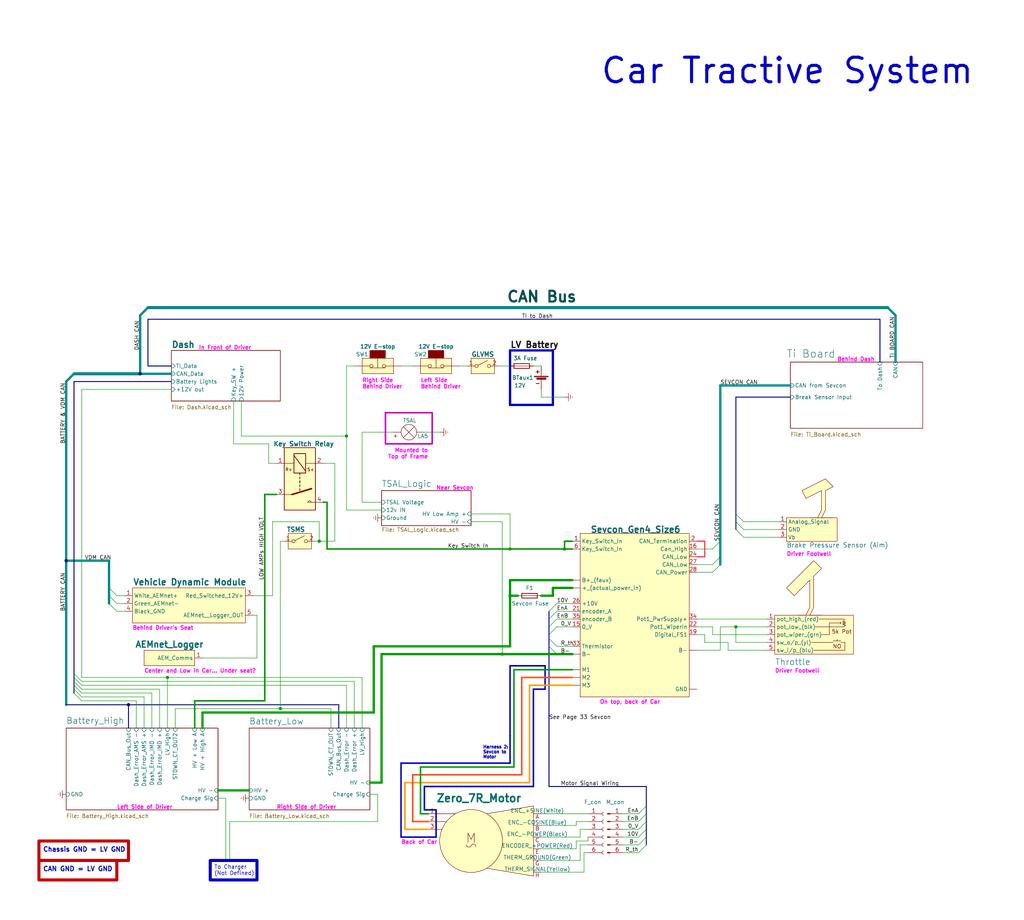
<source format=kicad_sch>
(kicad_sch (version 20230121) (generator eeschema)
  (paper "User" 334.01 300.025)
  (title_block (title "Tractive System") (date "2023-05-03") (rev "Print 1"))
  (lib_symbols
    (symbol "CamachosSymbols:SW_SPST" (pin_names (offset 0) hide)
      (property "Reference" "SW" (at 0 3.175 0))
      (property "Value" "SW_SPST" (at 0 -2.54 0))
      (symbol "SW_SPST_0_0"
        (circle (center -2.032 0) (radius 0.508))
        (polyline (pts (xy -1.524 0.254) (xy 1.524 1.778)))
        (circle (center 2.032 0) (radius 0.508))
      )
      (symbol "SW_SPST_0_1"
        (rectangle (start -3.81 2.54) (end 3.81 -2.54) (fill (type background)))
      )
      (symbol "SW_SPST_1_1"
        (pin passive line (at -5.08 0 0) (length 2.54) (name "A") (number "1"))
        (pin passive line (at 5.08 0 180) (length 2.54) (name "B") (number "2"))
      )
    )
    (symbol "CamachosSymbols:Safety Switch" (pin_numbers hide) (pin_names (offset 1.016) hide)
      (property "Reference" "SW?" (at 0 7.62 0))
      (property "Value" "Safety Switch" (at 0 6.35 0))
      (symbol "Safety Switch_0_1"
        (rectangle (start -5.08 2.54) (end 5.08 -2.54) (fill (type background)))
        (circle (center -2.032 0) (radius 0.508))
        (polyline (pts (xy -5.08 0) (xy -2.54 0)))
        (polyline (pts (xy -2.54 -0.635) (xy 2.54 -0.635)))
        (polyline (pts (xy 0 -0.635) (xy 0 1.27)))
        (polyline (pts (xy 0 1.27) (xy 0 2.54)))
        (polyline (pts (xy 2.54 0) (xy 5.08 0)))
        (polyline (pts (xy -2.54 2.54) (xy -2.54 5.08) (xy 2.54 5.08) (xy 2.54 2.54) (xy -2.54 2.54)) (fill (type outline)))
        (circle (center 2.032 0) (radius 0.508))
        (pin passive line (at -7.62 0 0) (length 2.54) (name "A") (number "1"))
      )
      (symbol "Safety Switch_1_1"
        (pin passive line (at 7.62 0 180) (length 2.54) (name "B") (number "2"))
      )
    )
    (symbol "CamachosSymbols:Sevcon_Gen4_Size6"
      (property "Value" "Sevcon_Gen4_Size6" (at 10.16 16.51 0))
      (symbol "Sevcon_Gen4_Size6_0_1"
        (rectangle (start -17.78 15.24) (end 17.78 -38.1) (fill (type background)))
      )
      (symbol "Sevcon_Gen4_Size6_1_1"
        (pin passive line (at -20.32 -2.54 0) (length 2.54) (name "+_(actual_power_in)") (number ""))
        (pin passive line (at -20.32 0 0) (length 2.54) (name "B+_(faux)") (number ""))
        (pin passive line (at -20.32 -24.13 0) (length 2.54) (name "B-") (number ""))
        (pin passive line (at 20.32 -22.86 180) (length 2.54) (name "B-") (number ""))
        (pin passive line (at 20.32 -35.56 180) (length 2.54) (name "GND") (number ""))
        (pin passive line (at -20.32 -29.21 0) (length 2.54) (name "M1") (number ""))
        (pin passive line (at -20.32 -31.75 0) (length 2.54) (name "M2") (number ""))
        (pin passive line (at -20.32 -34.29 0) (length 2.54) (name "M3") (number ""))
        (pin passive line (at -20.32 12.7 0) (length 2.54) (name "Key_Switch_In") (number "1"))
        (pin passive line (at -20.32 -15.24 0) (length 2.54) (name "0_V") (number "15"))
        (pin passive line (at 20.32 10.16 180) (length 2.54) (name "Can_High") (number "16"))
        (pin passive line (at 20.32 -17.78 180) (length 2.54) (name "Digital_FS1") (number "19"))
        (pin passive line (at 20.32 12.7 180) (length 2.54) (name "CAN_Termination") (number "2"))
        (pin passive line (at -20.32 -10.16 0) (length 2.54) (name "encoder_A") (number "21"))
        (pin passive line (at 20.32 -15.24 180) (length 2.54) (name "Pot1_WiperIn") (number "22"))
        (pin passive line (at 20.32 7.62 180) (length 2.54) (name "CAN_Low") (number "24"))
        (pin passive line (at -20.32 -7.62 0) (length 2.54) (name "+10V") (number "26"))
        (pin passive line (at 20.32 5.08 180) (length 2.54) (name "CAN_Low") (number "27"))
        (pin passive line (at 20.32 2.54 180) (length 2.54) (name "CAN_Power") (number "28"))
        (pin passive line (at -20.32 7.62 0) (length 2.54) hide (name "Line_Contactor_(Cont1)") (number "3"))
        (pin passive line (at -20.32 -21.59 0) (length 2.54) (name "Thermistor") (number "33"))
        (pin passive line (at 20.32 -12.7 180) (length 2.54) (name "Pot1_PwrSupply+") (number "34"))
        (pin passive line (at -20.32 -12.7 0) (length 2.54) (name "encoder_B") (number "35"))
        (pin passive line (at -20.32 5.08 0) (length 2.54) hide (name "Cont1_Supply_(+)") (number "4"))
        (pin passive line (at -20.32 10.16 0) (length 2.54) (name "Key_Switch_In") (number "6"))
      )
    )
    (symbol "CamachosSymbols:Throttle"
      (property "Value" "Throttle" (at 12.7 11.43 0))
      (symbol "Throttle_0_0"
        (text "5k Pot" (at 14.224 -2.794 0) (effects (font (size 1.27 1.27))))
        (text "NO" (at 12.7 -7.62 0) (effects (font (size 1.27 1.27))))
      )
      (symbol "Throttle_0_1"
        (rectangle (start -7.62 2.54) (end 18.034 -10.16) (fill (type background)))
        (polyline (pts (xy 4.318 -6.35) (xy 11.43 -6.35)))
        (polyline (pts (xy 5.08 -8.89) (xy 11.43 -8.89)))
        (polyline (pts (xy 11.43 -6.35) (xy 11.43 -6.35)))
        (polyline (pts (xy 11.43 -5.842) (xy 13.97 -5.842)))
        (polyline (pts (xy 12.7 -5.842) (xy 12.7 -5.334)))
        (polyline (pts (xy 13.716 0.254) (xy 13.97 0) (xy 13.716 -0.254)))
        (polyline (pts (xy 7.62 -3.81) (xy 10.16 -3.81) (xy 10.16 0) (xy 13.97 0)))
        (polyline (pts (xy 11.43 -8.89) (xy 15.24 -8.89) (xy 15.24 -6.35) (xy 13.97 -6.35)))
        (polyline (pts (xy 6.858 1.27) (xy 14.986 1.27) (xy 14.986 0.762) (xy 14.478 0.508) (xy 15.494 0.254) (xy 14.478 0) (xy 15.494 -0.254) (xy 14.478 -0.508) (xy 15.494 -0.762) (xy 14.986 -1.016) (xy 14.986 -1.27) (xy 5.588 -1.27)))
        (polyline (pts (xy 0 2.54) (xy 2.54 2.54) (xy 3.81 5.08) (xy 3.81 11.43) (xy 3.81 13.97) (xy -1.27 8.89) (xy -3.81 11.43) (xy 5.08 20.32) (xy 7.62 17.78) (xy 5.08 15.24) (xy 5.08 5.08) (xy 3.81 2.54) (xy 6.35 2.54) (xy 7.62 2.54)) (fill (type background)))
      )
      (symbol "Throttle_1_1"
        (pin passive line (at -10.16 1.27 0) (length 2.54) (name "pot_high_(red)") (number "1"))
        (pin passive line (at -10.16 -1.27 0) (length 2.54) (name "pot_low_(blk)") (number "2"))
        (pin passive line (at -10.16 -3.81 0) (length 2.54) (name "pot_wiper_(grn)") (number "3"))
        (pin passive line (at -10.16 -6.35 0) (length 2.54) (name "sw_o/p_(yl)") (number "4"))
        (pin passive line (at -10.16 -8.89 0) (length 2.54) (name "sw_i/p_(blu)") (number "5"))
      )
    )
    (symbol "CamachosSymbols:Zero_7R_Motor" (pin_names (offset 0))
      (property "Reference" "M?" (at -0.635 16.51 0))
      (property "Value" "Zero_7R_Motor" (at -0.635 13.97 0))
      (symbol "Zero_7R_Motor_0_0"
        (polyline (pts (xy 3.556 -0.508) (xy 3.556 2.54) (xy 2.54 0.508) (xy 1.524 2.54) (xy 1.524 -0.508)))
        (arc (start 2.54 -1.524) (mid 1.6743 -1.0287) (end 1.016 -1.778))
        (arc (start 2.54 -1.524) (mid 3.4022 -1.9982) (end 4.064 -1.27))
      )
      (symbol "Zero_7R_Motor_0_1"
        (polyline (pts (xy 13.97 3.81) (xy 12.065 3.81)))
        (polyline (pts (xy 13.97 8.89) (xy 7.62 8.89)))
        (polyline (pts (xy 13.97 6.35) (xy 10.5664 6.35) (xy 10.6172 6.3246)))
        (polyline (pts (xy -2.54 8.89) (xy -17.78 11.43) (xy -17.78 -11.43) (xy -2.54 -8.89)) (fill (type background)))
        (circle (center 2.54 0) (radius 10.2391) (fill (type background)))
      )
      (symbol "Zero_7R_Motor_1_1"
        (pin passive line (at 16.51 8.89 180) (length 2.54) (name "~") (number "1"))
        (pin passive line (at 16.51 6.35 180) (length 2.54) (name "~") (number "2"))
        (pin passive line (at 16.51 3.81 180) (length 2.54) (name "~") (number "3"))
        (pin passive line (at -20.32 8.89 0) (length 2.54) (name "ENC_+SINE(White)") (number "A"))
        (pin passive line (at -20.32 5.08 0) (length 2.54) (name "ENC_-COSINE(Blue)") (number "B"))
        (pin passive line (at -20.32 1.27 0) (length 2.54) (name "ENC_-POWER(Black)") (number "C"))
        (pin passive line (at -20.32 -2.54 0) (length 2.54) (name "ENCODER_+POWER(Red)") (number "E"))
        (pin passive line (at -20.32 -6.35 0) (length 2.54) (name "THERM_GROUND(Green)") (number "G"))
        (pin passive line (at -20.32 -10.16 0) (length 2.54) (name "THERM_SIGNAL(Yellow)") (number "H"))
      )
    )
    (symbol "Connector:Conn_01x06_Female" (pin_names (offset 1.016) hide)
      (property "Reference" "J" (at 0 7.62 0))
      (property "Value" "Conn_01x06_Female" (at 0 -10.16 0))
      (symbol "Conn_01x06_Female_1_1"
        (arc (start 0 -7.112) (mid -0.5058 -7.62) (end 0 -8.128) (stroke (width 0.1524)))
        (arc (start 0 -4.572) (mid -0.5058 -5.08) (end 0 -5.588) (stroke (width 0.1524)))
        (arc (start 0 -2.032) (mid -0.5058 -2.54) (end 0 -3.048) (stroke (width 0.1524)))
        (polyline (pts (xy -1.27 -7.62) (xy -0.508 -7.62)) (stroke (width 0.1524)))
        (polyline (pts (xy -1.27 -5.08) (xy -0.508 -5.08)) (stroke (width 0.1524)))
        (polyline (pts (xy -1.27 -2.54) (xy -0.508 -2.54)) (stroke (width 0.1524)))
        (polyline (pts (xy -1.27 0) (xy -0.508 0)) (stroke (width 0.1524)))
        (polyline (pts (xy -1.27 2.54) (xy -0.508 2.54)) (stroke (width 0.1524)))
        (polyline (pts (xy -1.27 5.08) (xy -0.508 5.08)) (stroke (width 0.1524)))
        (arc (start 0 0.508) (mid -0.5058 0) (end 0 -0.508) (stroke (width 0.1524)))
        (arc (start 0 3.048) (mid -0.5058 2.54) (end 0 2.032) (stroke (width 0.1524)))
        (arc (start 0 5.588) (mid -0.5058 5.08) (end 0 4.572) (stroke (width 0.1524)))
        (pin passive line (at -5.08 5.08 0) (length 3.81) (name "Pin_1") (number "1"))
        (pin passive line (at -5.08 2.54 0) (length 3.81) (name "Pin_2") (number "2"))
        (pin passive line (at -5.08 0 0) (length 3.81) (name "Pin_3") (number "3"))
        (pin passive line (at -5.08 -2.54 0) (length 3.81) (name "Pin_4") (number "4"))
        (pin passive line (at -5.08 -5.08 0) (length 3.81) (name "Pin_5") (number "5"))
        (pin passive line (at -5.08 -7.62 0) (length 3.81) (name "Pin_6") (number "6"))
      )
    )
    (symbol "Connector:Conn_01x06_Male" (pin_names (offset 1.016) hide)
      (property "Reference" "J" (at 0 7.62 0))
      (property "Value" "Conn_01x06_Male" (at 0 -10.16 0))
      (symbol "Conn_01x06_Male_1_1"
        (polyline (pts (xy 1.27 -7.62) (xy 0.8636 -7.62)) (stroke (width 0.1524)))
        (polyline (pts (xy 1.27 -5.08) (xy 0.8636 -5.08)) (stroke (width 0.1524)))
        (polyline (pts (xy 1.27 -2.54) (xy 0.8636 -2.54)) (stroke (width 0.1524)))
        (polyline (pts (xy 1.27 0) (xy 0.8636 0)) (stroke (width 0.1524)))
        (polyline (pts (xy 1.27 2.54) (xy 0.8636 2.54)) (stroke (width 0.1524)))
        (polyline (pts (xy 1.27 5.08) (xy 0.8636 5.08)) (stroke (width 0.1524)))
        (rectangle (start 0.8636 -7.493) (end 0 -7.747) (stroke (width 0.1524)) (fill (type outline)))
        (rectangle (start 0.8636 -4.953) (end 0 -5.207) (stroke (width 0.1524)) (fill (type outline)))
        (rectangle (start 0.8636 -2.413) (end 0 -2.667) (stroke (width 0.1524)) (fill (type outline)))
        (rectangle (start 0.8636 0.127) (end 0 -0.127) (stroke (width 0.1524)) (fill (type outline)))
        (rectangle (start 0.8636 2.667) (end 0 2.413) (stroke (width 0.1524)) (fill (type outline)))
        (rectangle (start 0.8636 5.207) (end 0 4.953) (stroke (width 0.1524)) (fill (type outline)))
        (pin passive line (at 5.08 5.08 180) (length 3.81) (name "Pin_1") (number "1"))
        (pin passive line (at 5.08 2.54 180) (length 3.81) (name "Pin_2") (number "2"))
        (pin passive line (at 5.08 0 180) (length 3.81) (name "Pin_3") (number "3"))
        (pin passive line (at 5.08 -2.54 180) (length 3.81) (name "Pin_4") (number "4"))
        (pin passive line (at 5.08 -5.08 180) (length 3.81) (name "Pin_5") (number "5"))
        (pin passive line (at 5.08 -7.62 180) (length 3.81) (name "Pin_6") (number "6"))
      )
    )
    (symbol "Device:Battery_Cell" (pin_numbers hide) (pin_names (offset 0) hide)
      (property "Reference" "BTaux1" (at 2.54 1.27 0))
      (property "Value" "12V" (at 5.08 -1.27 0))
      (symbol "Battery_Cell_0_1"
        (rectangle (start -2.286 1.778) (end 2.286 1.524) (fill (type outline)))
        (rectangle (start -1.5748 1.1938) (end 1.4732 0.6858) (fill (type outline)))
        (polyline (pts (xy 0 0.762) (xy 0 0)))
        (polyline (pts (xy 0 1.778) (xy 0 2.54)))
        (polyline (pts (xy 0.635 -0.635) (xy 1.651 -0.635)) (stroke (width 0.254)))
        (polyline (pts (xy 0.635 3.175) (xy 1.651 3.175)) (stroke (width 0.254)))
        (polyline (pts (xy 1.143 3.683) (xy 1.143 2.667)) (stroke (width 0.254)))
      )
      (symbol "Battery_Cell_1_1"
        (pin passive line (at 0 5.08 270) (length 2.54) (name "+") (number "1"))
        (pin passive line (at 0 -2.54 90) (length 2.54) (name "-") (number "2"))
      )
    )
    (symbol "Device:Fuse" (pin_numbers hide) (pin_names (offset 0))
      (property "Reference" "F" (at 2.032 0 90))
      (property "Value" "Fuse" (at -1.905 0 90))
      (symbol "Fuse_0_1"
        (rectangle (start -0.762 -2.54) (end 0.762 2.54) (stroke (width 0.254)))
        (polyline (pts (xy 0 2.54) (xy 0 -2.54)))
      )
      (symbol "Fuse_1_1"
        (pin passive line (at 0 3.81 270) (length 1.27) (name "~") (number "1"))
        (pin passive line (at 0 -3.81 90) (length 1.27) (name "~") (number "2"))
      )
    )
    (symbol "Lamp_4" (pin_numbers hide) (pin_names (offset 0.0254) hide)
      (property "Reference" "LA4" (at 6.35 1.27 0))
      (property "Value" "Keyswitch Light" (at 7.62 -3.81 0))
      (symbol "Lamp_4_0_0"
        (text "+" (at -4.445 1.27 900) (effects (font (size 1.27 1.27))))
      )
      (symbol "Lamp_4_0_1"
        (polyline (pts (xy -1.778 -1.778) (xy 1.778 1.778)))
        (polyline (pts (xy -1.778 1.778) (xy 1.778 -1.778)))
        (circle (center 0 0) (radius 2.54))
      )
      (symbol "Lamp_4_1_1"
        (pin passive line (at 5.08 0 180) (length 2.54) (name "-") (number "1"))
        (pin passive line (at -5.08 0 0) (length 2.54) (name "+") (number "2"))
      )
    )
    (symbol "Relay:ADW11"
      (property "Reference" "K?" (at -2.54 15.24 0))
      (property "Value" "Line Contactor" (at 1.27 12.7 0))
      (symbol "ADW11_1_1"
        (polyline (pts (xy -3.81 6.35) (xy -0.635 6.35)))
        (polyline (pts (xy -1.27 -3.81) (xy -3.81 -3.81)))
        (polyline (pts (xy -1.27 -3.81) (xy 5.08 -1.905)) (stroke (width 0.508)))
        (polyline (pts (xy -0.635 8.89) (xy 3.175 3.81)) (stroke (width 0.254)))
        (polyline (pts (xy 1.27 -1.905) (xy 1.27 -2.54)) (stroke (width 0.254)))
        (polyline (pts (xy 1.27 -0.635) (xy 1.27 -1.27)) (stroke (width 0.254)))
        (polyline (pts (xy 1.27 0.635) (xy 1.27 0)) (stroke (width 0.254)))
        (polyline (pts (xy 1.27 0.635) (xy 1.27 0)) (stroke (width 0.254)))
        (polyline (pts (xy 1.27 1.905) (xy 1.27 1.27)) (stroke (width 0.254)))
        (polyline (pts (xy 1.27 3.175) (xy 1.27 2.54)) (stroke (width 0.254)))
        (polyline (pts (xy 5.08 -6.35) (xy 6.35 -6.35)))
        (polyline (pts (xy 6.35 6.35) (xy 3.175 6.35)))
        (polyline (pts (xy 5.08 -6.35) (xy 3.81 -6.35) (xy 4.445 -5.715) (xy 5.08 -6.35)))
        (rectangle (start 3.175 9.525) (end -0.635 3.175) (stroke (width 0.254)))
        (rectangle (start 6.35 11.43) (end -3.81 -8.89) (stroke (width 0.254)) (fill (type background)))
        (text "R+" (at -2.286 4.318 0) (effects (font (size 1.016 1.016))))
        (text "S+" (at 4.826 4.318 0) (effects (font (size 1.016 1.016))))
        (pin passive line (at -6.35 6.35 0) (length 2.54) (name "~") (number "1"))
        (pin passive line (at 8.89 6.35 180) (length 2.54) (name "~") (number "2"))
        (pin passive line (at -6.35 -3.81 0) (length 2.54) (name "~") (number "3"))
        (pin passive line (at 8.89 -6.35 180) (length 2.54) (name "~") (number "4"))
      )
    )
    (symbol "Sevcon_Gen4_Size6_1"
      (property "Value" "Vehicle Dynamic Module" (at 19.685 8.255 0))
      (symbol "Sevcon_Gen4_Size6_1_0_1"
        (rectangle (start -17.78 6.35) (end 19.05 -5.08) (fill (type background)))
      )
      (symbol "Sevcon_Gen4_Size6_1_1_1"
        (pin bidirectional line (at -20.32 3.81 0) (length 2.54) (name "White_AEMnet+") (number "1"))
        (pin bidirectional line (at -20.32 1.27 0) (length 2.54) (name "Green_AEMnet-") (number "2"))
        (pin input line (at 21.59 3.81 180) (length 2.54) (name "Red_Switched_12V+") (number "3"))
        (pin input line (at -20.32 -1.27 0) (length 2.54) (name "Black_GND") (number "4"))
        (pin output line (at 21.59 -2.54 180) (length 2.54) (name "AEMnet__Logger_OUT") (number "5"))
      )
    )
    (symbol "Sevcon_Gen4_Size6_2"
      (property "Value" "AEMnet_Logger" (at 12.065 4.445 0))
      (symbol "Sevcon_Gen4_Size6_2_0_1"
        (rectangle (start -7.62 2.54) (end 8.89 -2.54) (fill (type background)))
      )
      (symbol "Sevcon_Gen4_Size6_2_1_1"
        (pin bidirectional line (at 11.43 0 180) (length 2.54) (name "AEM_Comms") (number "1"))
      )
    )
    (symbol "Throttle_1"
      (property "Value" "Brake (AiM Pressure Sensor)" (at -6.35 6.35 0))
      (symbol "Throttle_1_0_1"
        (rectangle (start -7.62 2.54) (end 8.89 -5.08) (fill (type background)))
        (polyline (pts (xy 11.43 -6.35) (xy 11.43 -6.35)))
        (polyline (pts (xy 0 2.54) (xy 2.54 2.54) (xy 3.81 5.08) (xy 3.81 8.89) (xy 3.81 11.43) (xy -1.27 8.89) (xy -2.54 11.43) (xy 5.08 15.24) (xy 7.62 12.7) (xy 5.08 11.43) (xy 5.08 5.08) (xy 3.81 2.54) (xy 6.35 2.54) (xy 7.62 2.54)) (fill (type background)))
      )
      (symbol "Throttle_1_1_1"
        (pin passive line (at -10.16 1.27 0) (length 2.54) (name "Analog_Signal") (number "1"))
        (pin passive line (at -10.16 -1.27 0) (length 2.54) (name "GND") (number "2"))
        (pin passive line (at -10.16 -3.81 0) (length 2.54) (name "Vb") (number "3"))
      )
    )
    (symbol "power:Earth" (power) (pin_names (offset 0))
      (symbol "Earth_0_1"
        (polyline (pts (xy -0.635 -1.905) (xy 0.635 -1.905)))
        (polyline (pts (xy -0.127 -2.54) (xy 0.127 -2.54)))
        (polyline (pts (xy 0 -1.27) (xy 0 0)))
        (polyline (pts (xy 1.27 -1.27) (xy -1.27 -1.27)))
      )
      (symbol "Earth_1_1"
        (pin power_in line (at 0 0 270) (length 0) hide (name "Earth") (number "1"))
      )
    )
  )
  (junction (at 54.61 220.98))
  (junction (at 240.03 204.47))
  (junction (at 45.72 121.92))
  (junction (at 41.91 229.87))
  (junction (at 166.37 194.31))
  (junction (at 184.15 179.07))
  (junction (at 166.37 179.07))
  (junction (at 91.44 231.14))
  (junction (at 113.03 142.24))
  (junction (at 104.14 176.53))
  (junction (at 21.59 182.88))
  (junction (at 163.83 213.36))
  (bus_entry (at 179.07 204.47) (size 2.54 -2.54))
  (bus_entry (at 48.26 100.33) (size -2.54 2.54) (stroke (width 0.75) (color 0 132 132 1)))
  (bus_entry (at 24.13 219.71) (size 2.54 2.54))
  (bus_entry (at 232.41 184.15) (size 2.54 -2.54))
  (bus_entry (at 232.41 186.69) (size 2.54 -2.54))
  (bus_entry (at 210.82 275.59) (size -2.54 2.54))
  (bus_entry (at 179.07 207.01) (size 2.54 -2.54))
  (bus_entry (at 210.82 265.43) (size -2.54 2.54))
  (bus_entry (at 35.56 191.77) (size 2.54 2.54))
  (bus_entry (at 210.82 273.05) (size -2.54 2.54))
  (bus_entry (at 24.13 222.25) (size 2.54 2.54))
  (bus_entry (at 210.82 267.97) (size -2.54 2.54))
  (bus_entry (at 24.13 223.52) (size 2.54 2.54))
  (bus_entry (at 24.13 121.92) (size -2.54 2.54) (stroke (width 0.75) (color 0 132 132 1)))
  (bus_entry (at 289.56 100.33) (size 2.54 2.54) (stroke (width 0.75) (color 0 132 132 1)))
  (bus_entry (at 35.56 194.31) (size 2.54 2.54))
  (bus_entry (at 240.03 170.18) (size 2.54 2.54))
  (bus_entry (at 179.07 199.39) (size 2.54 -2.54))
  (bus_entry (at 179.07 201.93) (size 2.54 -2.54))
  (bus_entry (at 35.56 196.85) (size 2.54 2.54))
  (bus_entry (at 210.82 262.89) (size -2.54 2.54))
  (bus_entry (at 210.82 270.51) (size -2.54 2.54))
  (bus_entry (at 24.13 220.98) (size 2.54 2.54))
  (bus_entry (at 240.03 167.64) (size 2.54 2.54))
  (bus_entry (at 181.61 210.82) (size -2.54 -2.54))
  (bus_entry (at 24.13 226.06) (size 2.54 2.54))
  (bus_entry (at 24.13 224.79) (size 2.54 2.54))
  (bus_entry (at 240.03 172.72) (size 2.54 2.54))
  (bus_entry (at 179.07 210.82) (size 2.54 2.54))
  (bus_entry (at 232.41 179.07) (size 2.54 -2.54))
  (polyline (pts (xy 166.37 240.03) (xy 166.37 248.92)) (stroke (width 0.5)))
  (bus (pts (xy 24.13 121.92) (xy 45.72 121.92)) (stroke (width 1) (color 0 132 132 1)))
  (bus (pts (xy 210.82 273.05) (xy 210.82 275.59)))
  (wire (pts (xy 87.63 144.78) (xy 87.63 151.13)))
  (wire (pts (xy 190.5 278.13) (xy 190.5 284.48)))
  (wire (pts (xy 250.19 212.09) (xy 237.49 212.09)))
  (polyline (pts (xy 138.43 264.16) (xy 138.43 260.35)) (stroke (width 0.5)))
  (wire (pts (xy 143.51 140.97) (xy 138.43 140.97)))
  (bus (pts (xy 240.03 167.64) (xy 240.03 170.18)))
  (wire (pts (xy 26.67 226.06) (xy 49.53 226.06)))
  (wire (pts (xy 26.67 228.6) (xy 44.45 228.6)))
  (wire (pts (xy 189.23 270.51) (xy 191.77 270.51)))
  (wire (pts (xy 234.95 204.47) (xy 234.95 212.09)))
  (wire (pts (xy 113.03 166.37) (xy 124.46 166.37)))
  (wire (pts (xy 184.15 176.53) (xy 186.69 176.53)) (stroke (width 0.5)))
  (bus (pts (xy 234.95 176.53) (xy 234.95 181.61)) (stroke (width 0.75) (color 0 132 132 1)))
  (wire (pts (xy 208.28 273.05) (xy 203.2 273.05)))
  (wire (pts (xy 73.66 260.35) (xy 73.66 280.67)))
  (bus (pts (xy 287.02 104.14) (xy 48.26 104.14)))
  (wire (pts (xy 227.33 179.07) (xy 232.41 179.07)))
  (polyline (pts (xy 138.43 256.54) (xy 138.43 260.35)) (stroke (width 0.5)))
  (wire (pts (xy 191.77 278.13) (xy 190.5 278.13)))
  (bus (pts (xy 21.59 182.88) (xy 35.56 182.88)) (stroke (width 0.75) (color 0 132 132 1)))
  (wire (pts (xy 181.61 196.85) (xy 186.69 196.85)))
  (wire (pts (xy 104.14 170.18) (xy 104.14 176.53)))
  (bus (pts (xy 240.03 129.54) (xy 257.81 129.54)))
  (polyline (pts (xy 166.37 217.17) (xy 177.8 217.17)) (stroke (width 0.5)))
  (bus (pts (xy 45.72 102.87) (xy 45.72 121.92)) (stroke (width 0.75) (color 0 132 132 1)))
  (bus (pts (xy 21.59 124.46) (xy 21.59 182.88)) (stroke (width 0.75) (color 0 132 132 1)))
  (wire (pts (xy 26.67 227.33) (xy 46.99 227.33)))
  (wire (pts (xy 191.77 265.43) (xy 176.53 265.43)))
  (polyline (pts (xy 173.99 224.79) (xy 177.8 224.79)) (stroke (width 0.5)))
  (polyline (pts (xy 180.34 132.08) (xy 180.34 114.3)) (stroke (width 0.75) (type solid)))
  (bus (pts (xy 179.07 210.82) (xy 179.07 256.54)))
  (wire (pts (xy 240.03 204.47) (xy 250.19 204.47)))
  (bus (pts (xy 24.13 219.71) (xy 24.13 220.98)))
  (wire (pts (xy 83.82 200.66) (xy 82.55 200.66)))
  (polyline (pts (xy 173.99 224.79) (xy 173.99 256.54)) (stroke (width 0.5)))
  (wire (pts (xy 106.68 163.83) (xy 105.41 163.83)) (stroke (width 0.5)))
  (polyline (pts (xy 166.37 248.92) (xy 130.81 248.92)) (stroke (width 0.5)))
  (wire (pts (xy 187.96 269.24) (xy 187.96 267.97)))
  (wire (pts (xy 172.72 255.27) (xy 132.08 255.27)) (stroke (width 0.5) (color 255 153 0 1)))
  (wire (pts (xy 87.63 144.78) (xy 76.2 144.78)))
  (wire (pts (xy 66.04 214.63) (xy 83.82 214.63)))
  (wire (pts (xy 181.61 213.36) (xy 186.69 213.36)) (stroke (width 0.75)))
  (wire (pts (xy 130.81 119.38) (xy 134.62 119.38)))
  (wire (pts (xy 86.36 161.29) (xy 90.17 161.29)) (stroke (width 0.5)))
  (wire (pts (xy 76.2 144.78) (xy 76.2 130.81)))
  (wire (pts (xy 38.1 199.39) (xy 40.64 199.39)))
  (bus (pts (xy 48.26 119.38) (xy 55.88 119.38)))
  (wire (pts (xy 63.5 228.6) (xy 63.5 237.49)) (stroke (width 0.5)))
  (wire (pts (xy 120.65 255.27) (xy 124.46 255.27)) (stroke (width 0.75)))
  (wire (pts (xy 187.96 274.32) (xy 187.96 276.86)))
  (bus (pts (xy 21.59 229.87) (xy 41.91 229.87)))
  (wire (pts (xy 166.37 189.23) (xy 166.37 194.31)) (stroke (width 0.75)))
  (polyline (pts (xy 138.43 256.54) (xy 173.99 256.54)) (stroke (width 0.5)))
  (wire (pts (xy 189.23 273.05) (xy 176.53 273.05)))
  (wire (pts (xy 232.41 207.01) (xy 250.19 207.01)))
  (wire (pts (xy 26.67 222.25) (xy 115.57 222.25)))
  (wire (pts (xy 163.83 213.36) (xy 165.1 213.36)))
  (bus (pts (xy 35.56 182.88) (xy 35.56 191.77)) (stroke (width 0.75) (color 0 132 132 1)))
  (bus (pts (xy 234.95 176.53) (xy 234.95 125.73)) (stroke (width 0.75) (color 0 132 132 1)))
  (wire (pts (xy 227.33 186.69) (xy 232.41 186.69)))
  (wire (pts (xy 186.69 191.77) (xy 180.34 191.77)) (stroke (width 0.75)))
  (bus (pts (xy 41.91 229.87) (xy 41.91 237.49)))
  (wire (pts (xy 180.34 191.77) (xy 180.34 194.31)) (stroke (width 0.75)))
  (wire (pts (xy 128.27 140.97) (xy 118.11 140.97)))
  (wire (pts (xy 181.61 210.82) (xy 186.69 210.82)))
  (wire (pts (xy 153.67 170.18) (xy 163.83 170.18)))
  (wire (pts (xy 118.11 220.98) (xy 118.11 237.49)))
  (wire (pts (xy 227.33 181.61) (xy 229.87 181.61)) (stroke (width 0.3) (color 255 0 24 1)))
  (wire (pts (xy 167.64 218.44) (xy 186.69 218.44)) (stroke (width 0.5)))
  (bus (pts (xy 210.82 265.43) (xy 210.82 267.97)))
  (wire (pts (xy 227.33 207.01) (xy 229.87 207.01)))
  (wire (pts (xy 172.72 223.52) (xy 172.72 255.27)) (stroke (width 0.5) (color 255 153 0 1)))
  (bus (pts (xy 24.13 220.98) (xy 24.13 222.25)))
  (wire (pts (xy 71.12 260.35) (xy 73.66 260.35)))
  (bus (pts (xy 24.13 224.79) (xy 24.13 226.06)))
  (wire (pts (xy 78.74 142.24) (xy 113.03 142.24)))
  (wire (pts (xy 162.56 119.38) (xy 166.37 119.38)))
  (wire (pts (xy 113.03 119.38) (xy 115.57 119.38)))
  (wire (pts (xy 168.91 194.31) (xy 166.37 194.31)) (stroke (width 0.75)))
  (polyline (pts (xy 177.8 217.17) (xy 177.8 224.79)) (stroke (width 0.5)))
  (wire (pts (xy 118.11 140.97) (xy 118.11 163.83)))
  (wire (pts (xy 189.23 275.59) (xy 189.23 280.67)))
  (wire (pts (xy 52.07 237.49) (xy 52.07 224.79)))
  (wire (pts (xy 86.36 228.6) (xy 63.5 228.6)) (stroke (width 0.5)))
  (wire (pts (xy 26.67 223.52) (xy 113.03 223.52)))
  (wire (pts (xy 187.96 269.24) (xy 176.53 269.24)))
  (wire (pts (xy 229.87 209.55) (xy 237.49 209.55)))
  (bus (pts (xy 24.13 222.25) (xy 24.13 223.52)))
  (wire (pts (xy 26.67 127) (xy 55.88 127)))
  (wire (pts (xy 123.19 259.08) (xy 123.19 267.97)))
  (bus (pts (xy 210.82 262.89) (xy 210.82 265.43)))
  (wire (pts (xy 191.77 274.32) (xy 187.96 274.32)))
  (bus (pts (xy 234.95 181.61) (xy 234.95 184.15)) (stroke (width 0.75) (color 0 132 132 1)))
  (wire (pts (xy 134.62 252.73) (xy 170.18 252.73)) (stroke (width 0.5) (color 255 74 14 1)))
  (wire (pts (xy 208.28 275.59) (xy 203.2 275.59)))
  (wire (pts (xy 237.49 212.09) (xy 237.49 209.55)))
  (wire (pts (xy 203.2 278.13) (xy 208.28 278.13)))
  (wire (pts (xy 82.55 194.31) (xy 88.9 194.31)))
  (polyline (pts (xy 166.37 114.3) (xy 166.37 132.08)) (stroke (width 0.75) (type solid)))
  (wire (pts (xy 54.61 220.98) (xy 118.11 220.98)))
  (wire (pts (xy 132.08 255.27) (xy 132.08 270.51)) (stroke (width 0.5) (color 255 153 0 1)))
  (wire (pts (xy 170.18 220.98) (xy 186.69 220.98)) (stroke (width 0.5) (color 255 74 14 1)))
  (wire (pts (xy 91.44 231.14) (xy 107.95 231.14)))
  (bus (pts (xy 179.07 199.39) (xy 179.07 201.93)))
  (wire (pts (xy 208.28 270.51) (xy 203.2 270.51)))
  (bus (pts (xy 21.59 182.88) (xy 21.59 229.87)) (stroke (width 0.75) (color 0 132 132 1)))
  (bus (pts (xy 210.82 267.97) (xy 210.82 270.51)))
  (wire (pts (xy 240.03 209.55) (xy 240.03 204.47)))
  (wire (pts (xy 49.53 237.49) (xy 49.53 226.06)))
  (wire (pts (xy 87.63 151.13) (xy 90.17 151.13)))
  (wire (pts (xy 66.04 232.41) (xy 121.92 232.41)) (stroke (width 0.75)))
  (bus (pts (xy 55.88 121.92) (xy 45.72 121.92)) (stroke (width 0.75) (color 0 132 132 1)))
  (bus (pts (xy 292.1 102.87) (xy 292.1 118.11)) (stroke (width 0.75) (color 0 132 132 1)))
  (wire (pts (xy 181.61 204.47) (xy 186.69 204.47)))
  (wire (pts (xy 134.62 252.73) (xy 134.62 267.97)) (stroke (width 0.5) (color 255 74 14 1)))
  (wire (pts (xy 124.46 255.27) (xy 124.46 213.36)) (stroke (width 0.75)))
  (wire (pts (xy 91.44 176.53) (xy 91.44 231.14)))
  (wire (pts (xy 242.57 172.72) (xy 254 172.72)))
  (wire (pts (xy 73.66 280.67) (xy 74.93 280.67)))
  (wire (pts (xy 189.23 273.05) (xy 189.23 270.51)))
  (bus (pts (xy 48.26 104.14) (xy 48.26 119.38)))
  (polyline (pts (xy 130.81 248.92) (xy 130.81 273.05)) (stroke (width 0.5)))
  (polyline (pts (xy 142.24 273.05) (xy 142.24 264.16)) (stroke (width 0.5)))
  (bus (pts (xy 179.07 207.01) (xy 179.07 208.28)))
  (bus (pts (xy 24.13 124.46) (xy 55.88 124.46)))
  (bus (pts (xy 24.13 124.46) (xy 24.13 219.71)))
  (wire (pts (xy 107.95 237.49) (xy 107.95 231.14)))
  (bus (pts (xy 179.07 201.93) (xy 179.07 204.47)))
  (wire (pts (xy 176.53 194.31) (xy 180.34 194.31)) (stroke (width 0.75)))
  (bus (pts (xy 179.07 204.47) (xy 179.07 207.01)))
  (wire (pts (xy 173.99 119.38) (xy 176.53 119.38)))
  (bus (pts (xy 24.13 223.52) (xy 24.13 224.79)))
  (wire (pts (xy 26.67 127) (xy 26.67 220.98)))
  (wire (pts (xy 91.44 176.53) (xy 92.71 176.53)))
  (bus (pts (xy 179.07 256.54) (xy 210.82 256.54)))
  (wire (pts (xy 181.61 199.39) (xy 186.69 199.39)))
  (wire (pts (xy 167.64 250.19) (xy 137.16 250.19)) (stroke (width 0.5)))
  (wire (pts (xy 229.87 176.53) (xy 229.87 181.61)) (stroke (width 0.3) (color 255 0 24 1)))
  (wire (pts (xy 227.33 201.93) (xy 250.19 201.93)))
  (polyline (pts (xy 130.81 273.05) (xy 142.24 273.05)) (stroke (width 0.5)))
  (wire (pts (xy 189.23 280.67) (xy 176.53 280.67)))
  (bus (pts (xy 110.49 237.49) (xy 110.49 229.87)))
  (wire (pts (xy 104.14 176.53) (xy 109.22 176.53)))
  (wire (pts (xy 113.03 237.49) (xy 113.03 223.52)))
  (wire (pts (xy 234.95 212.09) (xy 227.33 212.09)))
  (wire (pts (xy 66.04 232.41) (xy 66.04 237.49)) (stroke (width 0.75)))
  (wire (pts (xy 250.19 209.55) (xy 240.03 209.55)))
  (wire (pts (xy 190.5 284.48) (xy 176.53 284.48)))
  (wire (pts (xy 227.33 184.15) (xy 232.41 184.15)))
  (wire (pts (xy 78.74 130.81) (xy 78.74 142.24)))
  (wire (pts (xy 187.96 267.97) (xy 191.77 267.97)))
  (wire (pts (xy 74.93 267.97) (xy 74.93 280.67)))
  (wire (pts (xy 86.36 161.29) (xy 86.36 228.6)) (stroke (width 0.5)))
  (wire (pts (xy 208.28 267.97) (xy 203.2 267.97)))
  (wire (pts (xy 121.92 210.82) (xy 166.37 210.82)) (stroke (width 0.75)))
  (wire (pts (xy 172.72 223.52) (xy 186.69 223.52)) (stroke (width 0.5) (color 255 153 0 1)))
  (wire (pts (xy 181.61 201.93) (xy 186.69 201.93)))
  (wire (pts (xy 254 170.18) (xy 242.57 170.18)))
  (wire (pts (xy 234.95 204.47) (xy 240.03 204.47)))
  (wire (pts (xy 137.16 265.43) (xy 139.7 265.43)) (stroke (width 0.5)))
  (wire (pts (xy 232.41 204.47) (xy 232.41 207.01)))
  (wire (pts (xy 153.67 167.64) (xy 166.37 167.64)))
  (wire (pts (xy 120.65 259.08) (xy 123.19 259.08)))
  (wire (pts (xy 106.68 179.07) (xy 106.68 163.83)) (stroke (width 0.5)))
  (wire (pts (xy 106.68 179.07) (xy 166.37 179.07)) (stroke (width 0.5)))
  (polyline (pts (xy 166.37 114.3) (xy 180.34 114.3)) (stroke (width 0.75) (type solid)))
  (wire (pts (xy 227.33 204.47) (xy 232.41 204.47)))
  (wire (pts (xy 88.9 170.18) (xy 104.14 170.18)))
  (wire (pts (xy 184.15 129.54) (xy 176.53 129.54)))
  (wire (pts (xy 118.11 163.83) (xy 124.46 163.83)))
  (wire (pts (xy 102.87 176.53) (xy 104.14 176.53)))
  (wire (pts (xy 123.19 267.97) (xy 74.93 267.97)))
  (wire (pts (xy 170.18 252.73) (xy 170.18 220.98)) (stroke (width 0.5) (color 255 74 14 1)))
  (bus (pts (xy 210.82 270.51) (xy 210.82 273.05)))
  (wire (pts (xy 227.33 176.53) (xy 229.87 176.53)) (stroke (width 0.3) (color 255 0 24 1)))
  (wire (pts (xy 167.64 218.44) (xy 167.64 250.19)) (stroke (width 0.5)))
  (bus (pts (xy 287.02 118.11) (xy 287.02 104.14)))
  (polyline (pts (xy 166.37 240.03) (xy 166.37 240.03)) (stroke (width 0.5)))
  (wire (pts (xy 132.08 270.51) (xy 139.7 270.51)) (stroke (width 0.5) (color 255 153 0 1)))
  (wire (pts (xy 83.82 200.66) (xy 83.82 214.63)))
  (bus (pts (xy 35.56 191.77) (xy 35.56 194.31)) (stroke (width 0.75) (color 0 132 132 1)))
  (bus (pts (xy 234.95 125.73) (xy 257.81 125.73)) (stroke (width 0.75) (color 0 132 132 1)))
  (bus (pts (xy 240.03 170.18) (xy 240.03 172.72)))
  (wire (pts (xy 187.96 276.86) (xy 176.53 276.86)))
  (wire (pts (xy 163.83 213.36) (xy 181.61 213.36)) (stroke (width 0.75)))
  (bus (pts (xy 210.82 256.54) (xy 210.82 262.89)))
  (wire (pts (xy 38.1 196.85) (xy 40.64 196.85)))
  (wire (pts (xy 44.45 237.49) (xy 44.45 228.6)))
  (bus (pts (xy 35.56 194.31) (xy 35.56 196.85)) (stroke (width 0.75) (color 0 132 132 1)))
  (polyline (pts (xy 142.24 264.16) (xy 138.43 264.16)) (stroke (width 0.5)))
  (polyline (pts (xy 166.37 240.03) (xy 166.37 217.17)) (stroke (width 0.5)))
  (wire (pts (xy 176.53 127) (xy 176.53 129.54)))
  (bus (pts (xy 240.03 129.54) (xy 240.03 167.64)))
  (wire (pts (xy 163.83 170.18) (xy 163.83 213.36)))
  (wire (pts (xy 57.15 231.14) (xy 91.44 231.14)))
  (wire (pts (xy 88.9 170.18) (xy 88.9 194.31)))
  (wire (pts (xy 208.28 265.43) (xy 203.2 265.43)))
  (wire (pts (xy 191.77 273.05) (xy 191.77 274.32)))
  (wire (pts (xy 57.15 237.49) (xy 57.15 231.14)))
  (wire (pts (xy 186.69 179.07) (xy 184.15 179.07)) (stroke (width 0.5)))
  (wire (pts (xy 137.16 250.19) (xy 137.16 265.43)) (stroke (width 0.5)))
  (polyline (pts (xy 166.37 132.08) (xy 180.34 132.08)) (stroke (width 0.75) (type solid)))
  (wire (pts (xy 166.37 210.82) (xy 166.37 194.31)) (stroke (width 0.75)))
  (wire (pts (xy 109.22 151.13) (xy 109.22 176.53)))
  (wire (pts (xy 134.62 267.97) (xy 139.7 267.97)) (stroke (width 0.5) (color 255 74 14 1)))
  (wire (pts (xy 149.86 119.38) (xy 152.4 119.38)))
  (wire (pts (xy 166.37 189.23) (xy 186.69 189.23)) (stroke (width 0.75)))
  (bus (pts (xy 179.07 208.28) (xy 179.07 210.82)))
  (wire (pts (xy 121.92 232.41) (xy 121.92 210.82)) (stroke (width 0.75)))
  (wire (pts (xy 54.61 220.98) (xy 54.61 237.49)))
  (wire (pts (xy 105.41 151.13) (xy 109.22 151.13)))
  (wire (pts (xy 166.37 167.64) (xy 166.37 179.07)))
  (wire (pts (xy 124.46 213.36) (xy 163.83 213.36)) (stroke (width 0.75)))
  (wire (pts (xy 242.57 175.26) (xy 254 175.26)))
  (bus (pts (xy 41.91 229.87) (xy 110.49 229.87)))
  (bus (pts (xy 48.26 100.33) (xy 289.56 100.33)) (stroke (width 1) (color 0 132 132 1)))
  (wire (pts (xy 191.77 275.59) (xy 189.23 275.59)))
  (wire (pts (xy 46.99 237.49) (xy 46.99 227.33)))
  (wire (pts (xy 113.03 142.24) (xy 113.03 166.37)))
  (wire (pts (xy 113.03 119.38) (xy 113.03 142.24)))
  (wire (pts (xy 71.12 257.81) (xy 81.28 257.81)) (stroke (width 0.75)))
  (wire (pts (xy 184.15 179.07) (xy 184.15 176.53)) (stroke (width 0.5)))
  (wire (pts (xy 229.87 207.01) (xy 229.87 209.55)))
  (wire (pts (xy 38.1 194.31) (xy 40.64 194.31)))
  (wire (pts (xy 26.67 220.98) (xy 54.61 220.98)))
  (wire (pts (xy 115.57 237.49) (xy 115.57 222.25)))
  (wire (pts (xy 166.37 179.07) (xy 184.15 179.07)) (stroke (width 0.5)))
  (wire (pts (xy 26.67 224.79) (xy 52.07 224.79)))
  (rectangle (start 125.73 144.78) (end 140.97 134.62) (stroke (width 0.5) (color 194 0 194 1)))
  (rectangle (start 68.58 280.67) (end 83.82 287.02) (stroke (width 1)))
  (rectangle (start 132.08 142.24) (end 132.08 142.24))
  (text_box "" (at 12.7 274.32 0) (size 29.21 6.35) (stroke (width 1) (color 194 0 0 1)) (effects (font (size 1.27 1.27)) (justify left top)))
  (text_box "" (at 12.7 280.67 0) (size 25.4 6.35) (stroke (width 1) (color 194 0 0 1)) (effects (font (size 1.27 1.27)) (justify left top)))
  (text "Behind Driver's Seat" (at 43.18 205.74 0) (effects (font (size 1.27 1.27) bold) (justify left bottom)))
  (text "On top, back of Car" (at 195.58 229.87 0) (effects (font (size 1.27 1.27) (thickness 0.254) bold) (justify left bottom)))
  (text "Right Side of Driver" (at 90.17 264.16 0) (effects (font (size 1.27 1.27) (thickness 0.254) bold) (justify left bottom)))
  (text "Left Side \nBehind Driver" (at 137.16 127 0) (effects (font (size 1.27 1.27) bold) (justify left bottom)))
  (text "To Charger\n(Not Defined)" (at 69.85 285.75 0) (effects (font (size 1.27 1.27)) (justify left bottom)))
  (text "Driver Footwell" (at 252.73 219.71 0) (effects (font (size 1.27 1.27) bold) (justify left bottom)))
  (text "In Front of Driver" (at 64.77 114.3 0) (effects (font (size 1.27 1.27) (thickness 0.254) bold) (justify left bottom)))
  (text "Left Side of Driver" (at 38.1 264.16 0) (effects (font (size 1.27 1.27) (thickness 0.254) bold) (justify left bottom)))
  (text "Car Tractive System" (at 195.58 27.94 0) (effects (font (size 8 8) (thickness 1) bold) (justify left bottom)))
  (text "Center and Low in Car... Under seat?" (at 46.99 219.71 0) (effects (font (size 1.27 1.27) bold) (justify left bottom)))
  (text "Near Sevcon" (at 142.24 160.02 0) (effects (font (size 1.27 1.27) bold) (justify left bottom)))
  (text "Chassis GND = LV GND" (at 13.97 278.13 0) (effects (font (size 1.5 1.5) (thickness 0.3) bold) (justify left bottom)))
  (text "CAN Bus" (at 165.1 99.06 0) (effects (font (size 3.5 3.5) bold) (justify left bottom)))
  (text "Behind Dash" (at 273.05 118.11 0) (effects (font (size 1.27 1.27) bold) (justify left bottom)))
  (text "Right Side \nBehind Driver" (at 118.11 127 0) (effects (font (size 1.27 1.27) bold) (justify left bottom)))
  (text "CAN GND = LV GND" (at 13.97 284.48 0) (effects (font (size 1.5 1.5) (thickness 0.3) bold) (justify left bottom)))
  (text "Back of Car" (at 130.81 275.59 0) (effects (font (size 1.27 1.27) (thickness 0.254) bold) (justify left bottom)))
  (text "Harness 2:\nSevcon to\nMotor" (at 157.48 247.65 0) (effects (font (size 1 1) (thickness 0.35) bold) (justify left bottom)))
  (text "Driver Footwell" (at 256.54 181.61 0) (effects (font (size 1.27 1.27) bold) (justify left bottom)))
  (text "Mounted to\nTop of Frame" (at 139.7 149.86 0) (effects (font (size 1.27 1.27) (thickness 0.254) bold) (justify right bottom)))
  (label "EnA" (at 181.61 199.39 0))
  (label " VDM CAN" (at 26.67 182.88 0))
  (label "EnB" (at 181.61 201.93 0))
  (label "SEVCON CAN" (at 234.95 176.53 90))
  (label "DASH CAN" (at 45.72 114.3 90))
  (label "R_th" (at 208.28 278.13 180))
  (label "10V" (at 181.61 196.85 0))
  (label "Motor Signal Wiring" (at 182.88 256.54 0))
  (label "TI BOARD CAN" (at 292.1 116.84 90))
  (label "BATTERY CAN" (at 21.59 199.39 90))
  (label "Key Switch In" (at 146.05 179.07 0))
  (label "0_V" (at 208.28 270.51 180))
  (label "B-" (at 208.28 275.59 180))
  (label "B-" (at 182.88 213.36 0))
  (label "SEVCON CAN" (at 234.95 125.73 0))
  (label "LV Battery" (at 166.37 114.3 0) (effects (font (size 2 2) (thickness 0.4) bold)))
  (label "EnB" (at 208.28 267.97 180))
  (label "LOW AMPs HIGH VOLT" (at 86.36 189.23 90))
  (label "TI to Dash" (at 170.18 104.14 0))
  (label "R_th" (at 182.88 210.82 0))
  (label "10V" (at 208.28 273.05 180))
  (label "0_V" (at 182.88 204.47 0))
  (label "EnA" (at 208.28 265.43 180))
  (label "BATTERY & VDM CAN" (at 21.59 144.78 90))
  (label "See Page 33 Sevcon" (at 179.07 234.95 0))
  (symbol (lib_id "CamachosSymbols:Throttle") (at 260.35 203.2 0) (unit 1)
    (property "Reference" "U2" (effects hide))
    (property "Value" "Throttle" (at 252.73 215.9 0) (effects (font (size 2 2)) (justify left)))
  )
  (symbol (lib_id "Device:Fuse") (at 172.72 194.31 270) (unit 1)
    (property "Reference" "F1" (at 173.99 191.77 90) (effects (justify right)))
    (property "Value" "Sevcon Fuse" (at 179.07 196.85 90) (effects (justify right)))
  )
  (symbol (lib_id "CamachosSymbols:Zero_7R_Motor") (at 156.21 274.32 0) (mirror y) (unit 1)
    (property "Reference" "M1" (effects hide))
    (property "Value" "Zero_7R_Motor" (at 156.21 260.35 0) (effects (font (size 2.5 2.5) bold)))
  )
  (symbol (lib_name "Sevcon_Gen4_Size6_1") (lib_id "CamachosSymbols:Sevcon_Gen4_Size6") (at 60.96 198.12 0) (unit 1)
    (property "Reference" "U4" (effects hide))
    (property "Value" "Vehicle Dynamic Module" (at 80.645 189.865 0) (effects (font (size 2 2) bold) (justify right)))
  )
  (symbol (lib_id "Device:Battery_Cell") (at 176.53 124.46 0) (mirror y) (unit 1)
    (property "Reference" "BTaux1" (at 173.99 123.19 0) (effects (justify left)))
    (property "Value" "12V" (at 171.45 125.73 0) (effects (justify left)))
  )
  (symbol (lib_name "Throttle_1") (lib_id "CamachosSymbols:Throttle") (at 264.16 171.45 0) (unit 1)
    (property "Reference" "U7" (effects hide))
    (property "Value" "Brake Pressure Sensor (Aim)" (at 256.54 177.8 0) (effects (font (size 1.5 1.5)) (justify left)))
  )
  (symbol (lib_id "CamachosSymbols:SW_SPST") (at 157.48 119.38 0) (unit 1)
    (property "Reference" "SW3" (effects hide))
    (property "Value" "GLVMS" (at 157.48 115.57 0) (effects (font (size 1.5 1.5) bold)))
  )
  (symbol (lib_name "Sevcon_Gen4_Size6_2") (lib_id "CamachosSymbols:Sevcon_Gen4_Size6") (at 54.61 214.63 0) (unit 1)
    (property "Reference" "U6" (effects hide))
    (property "Value" "AEMnet_Logger" (at 66.675 210.185 0) (effects (font (size 2 2) bold) (justify right)))
  )
  (symbol (lib_id "power:Earth") (at 124.46 168.91 270) (unit 1)
    (property "Reference" "#PWR06" (effects hide))
    (property "Value" "Earth" (effects hide))
  )
  (symbol (lib_id "CamachosSymbols:SW_SPST") (at 97.79 176.53 0) (unit 1)
    (property "Reference" "SW7" (effects hide))
    (property "Value" "TSMS" (at 96.52 172.72 0) (effects (font (size 1.5 1.5) bold)))
  )
  (symbol (lib_id "Connector:Conn_01x06_Male") (at 198.12 270.51 0) (unit 1)
    (property "Reference" "J1" (effects hide))
    (property "Value" "M_con" (at 200.66 261.62 0))
  )
  (symbol (lib_id "Device:Fuse") (at 170.18 119.38 90) (unit 1)
    (property "Reference" "3A" (effects hide))
    (property "Value" "3A Fuse" (at 175.26 116.84 90) (effects (justify left)))
  )
  (symbol (lib_id "power:Earth") (at 81.28 260.35 270) (mirror x) (unit 1)
    (property "Reference" "#PWR02" (effects hide))
    (property "Value" "Earth" (effects hide))
  )
  (symbol (lib_id "CamachosSymbols:Sevcon_Gen4_Size6") (at 207.01 189.23 0) (unit 1)
    (property "Reference" "U1" (effects hide))
    (property "Value" "Sevcon_Gen4_Size6" (at 222.25 172.72 0) (effects (font (size 2 2) bold) (justify right)))
  )
  (symbol (lib_name "Lamp_4") (lib_id "Device:Lamp") (at 133.35 140.97 0) (mirror x) (unit 1)
    (property "Reference" "LA5" (at 139.7 142.24 0) (effects (justify right)))
    (property "Value" "TSAL" (at 135.89 137.16 0) (effects (justify right)))
  )
  (symbol (lib_id "Relay:ADW11") (at 96.52 157.48 0) (unit 1)
    (property "Reference" "K2" (effects hide))
    (property "Value" "Key Switch Relay" (at 99.06 144.78 0) (effects (font (size 1.5 1.5) bold)))
    (property "Footprint" "Relay_THT:Relay_1P1T_NO_10x24x18.8mm_Panasonic_ADW11xxxxW_THT" (effects hide))
    (property "Datasheet" "https://www.panasonic-electric-works.com/pew/es/downloads/ds_dw_hl_en.pdf" (effects hide))
  )
  (symbol (lib_id "power:Earth") (at 21.59 259.08 270) (mirror x) (unit 1)
    (property "Reference" "#PWR03" (effects hide))
    (property "Value" "Earth" (effects hide))
  )
  (symbol (lib_id "power:Earth") (at 184.15 129.54 90) (mirror x) (unit 1)
    (property "Reference" "#PWR01" (effects hide))
    (property "Value" "Earth" (effects hide))
  )
  (symbol (lib_id "power:Earth") (at 143.51 140.97 90) (mirror x) (unit 1)
    (property "Reference" "#PWR04" (effects hide))
    (property "Value" "Earth" (effects hide))
  )
  (symbol (lib_id "Connector:Conn_01x06_Female") (at 196.85 270.51 0) (unit 1)
    (property "Reference" "J2" (effects hide))
    (property "Value" "F_con" (at 190.5 261.62 0) (effects (justify left)))
  )
  (symbol (lib_id "CamachosSymbols:Safety Switch") (at 142.24 119.38 0) (unit 1)
    (property "Reference" "SW2" (at 137.16 115.57 0))
    (property "Value" "12V E-stop" (at 142.24 113.03 0) (effects (font bold)))
  )
  (symbol (lib_id "CamachosSymbols:Safety Switch") (at 123.19 119.38 0) (unit 1)
    (property "Reference" "SW1" (at 118.11 115.57 0))
    (property "Value" "12V E-stop" (at 123.19 113.03 0) (effects (font bold)))
  )
  (sheet (at 81.28 237.49) (size 39.37 26.67) (stroke (width 0.1524))
    (property "Sheetname" "Battery_Low" (at 81.28 236.4134 0) (effects (font (size 2 2)) (justify left bottom)))
    (property "Sheetfile" "Battery_Low.kicad_sch" (at 81.28 265.43 0) (effects (justify left top)))
    (pin "GND" input (at 81.28 260.35 180))
    (pin "STDWN_CT_OUT" input (at 107.95 237.49 90))
    (pin "HV +" input (at 81.28 257.81 180))
    (pin "Dash_Error -" input (at 113.03 237.49 90))
    (pin "Dash_Error +" input (at 115.57 237.49 90))
    (pin "HV -" input (at 120.65 255.27 0))
    (pin "Charge Sig" input (at 120.65 259.08 0))
    (pin "CAN_Bus_Out" input (at 110.49 237.49 90))
    (pin "LV_High" input (at 118.11 237.49 90))
  )
  (sheet (at 257.81 118.11) (size 43.18 21.59) (stroke (width 0.1524))
    (property "Sheetname" "Ti Board" (at 256.54 116.84 0) (effects (font (size 2.5 2.5)) (justify left bottom)))
    (property "Sheetfile" "Ti_Board.kicad_sch" (at 257.81 140.97 0) (effects (justify left top)))
    (pin "CAN" input (at 292.1 118.11 90))
    (pin "To Dash" input (at 287.02 118.11 90))
    (pin "Break Sensor Input" input (at 257.81 129.54 180))
    (pin "CAN from Sevcon" input (at 257.81 125.73 180))
  )
  (sheet (at 21.59 237.49) (size 49.53 26.67) (stroke (width 0.1524))
    (property "Sheetname" "Battery_High" (at 21.59 236.22 0) (effects (font (size 2 2)) (justify left bottom)))
    (property "Sheetfile" "Battery_High.kicad_sch" (at 21.59 265.43 0) (effects (justify left top)))
    (pin "STDWN_CT_OUT2" input (at 57.15 237.49 90))
    (pin "GND" input (at 21.59 259.08 180))
    (pin "Charge Sig" input (at 71.12 260.35 0))
    (pin "CAN_Bus_Out" input (at 41.91 237.49 90))
    (pin "HV + Low A" input (at 63.5 237.49 90))
    (pin "HV -" input (at 71.12 257.81 0))
    (pin "HV + High A" input (at 66.04 237.49 90))
    (pin "LV_High" input (at 54.61 237.49 90))
    (pin "Dash_Error_IMD +" input (at 52.07 237.49 90))
    (pin "Dash_Error_AMS +" input (at 46.99 237.49 90))
    (pin "Dash_Error_IMD -" input (at 49.53 237.49 90))
    (pin "Dash_Error_AMS -" input (at 44.45 237.49 90))
  )
  (sheet (at 55.88 114.3) (size 35.56 16.51) (stroke (width 0.1524))
    (property "Sheetname" "Dash" (at 55.88 113.5884 0) (effects (font (size 2 2) bold) (justify left bottom)))
    (property "Sheetfile" "Dash.kicad_sch" (at 55.88 132.08 0) (effects (justify left top)))
    (pin "CAN_Data" input (at 55.88 121.92 180))
    (pin "12V Power" input (at 78.74 130.81 270))
    (pin "Key_SW +" input (at 76.2 130.81 270))
    (pin "TI_Data" input (at 55.88 119.38 180))
    (pin "+12V out" input (at 55.88 127 180))
    (pin "Battery Lights" input (at 55.88 124.46 180))
  )
  (sheet (at 124.46 160.02) (size 29.21 11.43) (stroke (width 0.1524))
    (property "Sheetname" "TSAL_Logic" (at 124.46 158.9434 0) (effects (font (size 2 2)) (justify left bottom)))
    (property "Sheetfile" "TSAL_Logic.kicad_sch" (at 124.46 172.0346 0) (effects (justify left top)))
    (pin "HV -" input (at 153.67 170.18 0))
    (pin "HV Low Amp +" input (at 153.67 167.64 0))
    (pin "Ground" input (at 124.46 168.91 180))
    (pin "TSAL Voltage" input (at 124.46 163.83 180))
    (pin "12v IN" input (at 124.46 166.37 180))
  )
)
</source>
